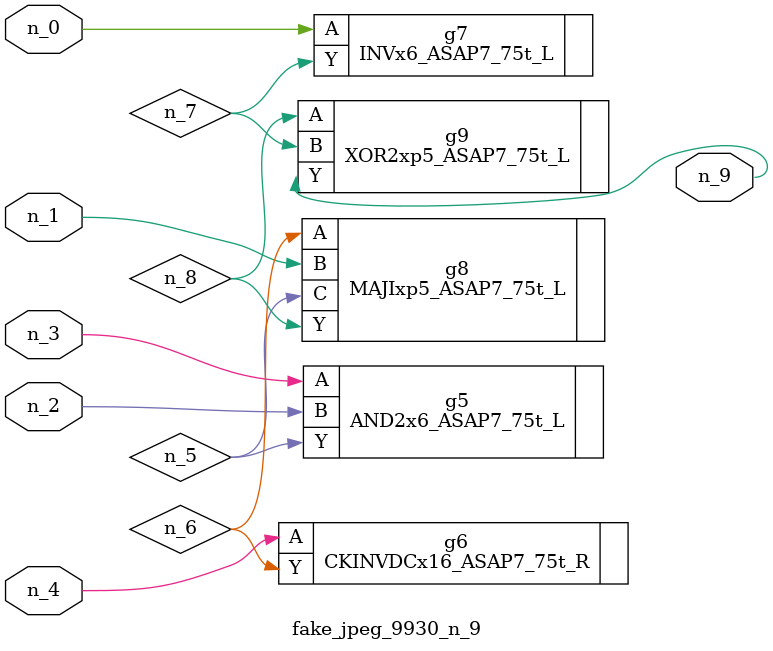
<source format=v>
module fake_jpeg_9930_n_9 (n_3, n_2, n_1, n_0, n_4, n_9);

input n_3;
input n_2;
input n_1;
input n_0;
input n_4;

output n_9;

wire n_8;
wire n_6;
wire n_5;
wire n_7;

AND2x6_ASAP7_75t_L g5 ( 
.A(n_3),
.B(n_2),
.Y(n_5)
);

CKINVDCx16_ASAP7_75t_R g6 ( 
.A(n_4),
.Y(n_6)
);

INVx6_ASAP7_75t_L g7 ( 
.A(n_0),
.Y(n_7)
);

MAJIxp5_ASAP7_75t_L g8 ( 
.A(n_6),
.B(n_1),
.C(n_5),
.Y(n_8)
);

XOR2xp5_ASAP7_75t_L g9 ( 
.A(n_8),
.B(n_7),
.Y(n_9)
);


endmodule
</source>
